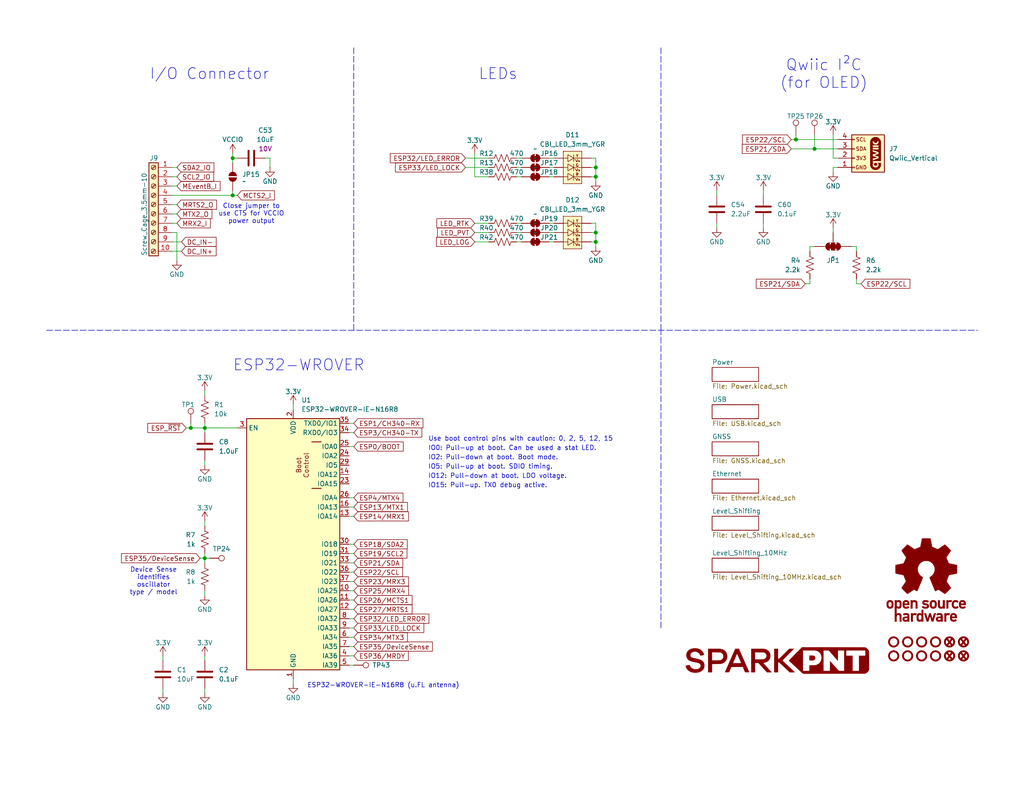
<source format=kicad_sch>
(kicad_sch (version 20231120) (generator "eeschema") (generator_version "8.0")
  (paper "USLetter")
  (title_block (title "GPSDO (mosaic-T, SiT5358)") (date "2024-11-08") (rev "v10") (comment 1 "Designed by: P.C."))
  (lib_symbols
    (symbol "SparkFun-Aesthetic:Fiducial_0.5mm"
      (symbol "Fiducial_0.5mm_1_1"
        (text "x" (at 0 0.254 0) (effects (font (size 2.5 2.5) (bold yes))))
      )
    )
    (symbol "SparkFun-Aesthetic:OSHW_Logo" (pin_names (offset 1.016)) (in_bom no))
    (symbol "SparkFun-Aesthetic:SparkPNT_Logo" (pin_names (offset 1.016)) (on_board no))
    (symbol "SparkFun-Capacitor:0.1uF_0603_25V_20%" (pin_numbers hide) (pin_names (offset 0.254))
      (property "Reference" "C" (at 0.635 2.54 0))
      (property "Value" "0.1uF" (at 0.635 -2.54 0))
      (property "Voltage" "25V" (at 0 -6.35 0))
      (property "Tolerance" "20%" (at 0 -8.89 0))
      (symbol "0.1uF_0603_25V_20%_1_1"
        (pin passive line (at 0 3.81 270) (length 2.794) (name "~") (number "1"))
        (pin passive line (at 0 -3.81 90) (length 2.794) (name "~") (number "2"))
      )
    )
    (symbol "SparkFun-Capacitor:1.0uF_0603_16V_10%" (pin_numbers hide) (pin_names (offset 0.254))
      (property "Reference" "C" (at 0.635 2.54 0))
      (property "Value" "1.0uF" (at 0.635 -2.54 0))
      (property "Voltage" "16V" (at 0 -6.35 0))
      (property "Tolerance" "10%" (at 0 -8.89 0))
      (symbol "1.0uF_0603_16V_10%_1_1"
        (pin passive line (at 0 3.81 270) (length 2.794) (name "~") (number "1"))
        (pin passive line (at 0 -3.81 90) (length 2.794) (name "~") (number "2"))
      )
    )
    (symbol "SparkFun-Capacitor:10uF_0603_10V_20%" (pin_numbers hide) (pin_names (offset 0.254))
      (property "Reference" "C" (at 0.635 2.54 0))
      (property "Value" "10uF" (at 0.635 -2.54 0))
      (property "Voltage" "10V" (at 0 -6.35 0))
      (property "Tolerance" "20%" (at 0 -8.89 0))
      (symbol "10uF_0603_10V_20%_1_1"
        (pin passive line (at 0 3.81 270) (length 2.794) (name "~") (number "1"))
        (pin passive line (at 0 -3.81 90) (length 2.794) (name "~") (number "2"))
      )
    )
    (symbol "SparkFun-Capacitor:10uF_0603_6.3V_20%" (pin_numbers hide) (pin_names (offset 0.254))
      (property "Reference" "C" (at 0.635 2.54 0))
      (property "Value" "10uF" (at 0.635 -2.54 0))
      (property "Voltage" "6.3V" (at 0 -6.35 0))
      (property "Tolerance" "20%" (at 0 -8.89 0))
      (symbol "10uF_0603_6.3V_20%_1_1"
        (pin passive line (at 0 3.81 270) (length 2.794) (name "~") (number "1"))
        (pin passive line (at 0 -3.81 90) (length 2.794) (name "~") (number "2"))
      )
    )
    (symbol "SparkFun-Capacitor:2.2uF_0603_10V_20%" (pin_numbers hide) (pin_names (offset 0.254))
      (property "Reference" "C" (at 0.635 2.54 0))
      (property "Value" "2.2uF" (at 0.635 -2.54 0))
      (property "Voltage" "10V" (at 0 -6.35 0))
      (property "Tolerance" "20%" (at 0 -8.89 0))
      (symbol "2.2uF_0603_10V_20%_1_1"
        (pin passive line (at 0 3.81 270) (length 2.794) (name "~") (number "1"))
        (pin passive line (at 0 -3.81 90) (length 2.794) (name "~") (number "2"))
      )
    )
    (symbol "SparkFun-Connector:Qwiic_Vertical" (pin_names (offset 1.016) hide)
      (property "Reference" "J" (at 0 5.08 0))
      (property "Value" "Qwiic_Vertical" (at 0 -7.62 0))
      (symbol "Qwiic_Vertical_1_1"
        (text "3V3" (at 1.27 -2.54 0) (effects (font (size 1 1))))
        (text "GND" (at 1.27 -5.08 0) (effects (font (size 1 1))))
        (text "SCL" (at 1.27 2.54 0) (effects (font (size 1 1))))
        (text "SDA" (at 1.27 0 0) (effects (font (size 1 1))))
        (pin passive line (at -5.08 -5.08 0) (length 3.81) (name "Pin_1") (number "1"))
        (pin passive line (at -5.08 -2.54 0) (length 3.81) (name "Pin_2") (number "2"))
        (pin passive line (at -5.08 0 0) (length 3.81) (name "Pin_3") (number "3"))
        (pin passive line (at -5.08 2.54 0) (length 3.81) (name "Pin_4") (number "4"))
        (pin no_connect line (at 2.54 3.81 270) (length 2.54) hide (name "NC") (number "NC1"))
        (pin no_connect line (at 2.54 3.81 270) (length 2.54) hide (name "NC") (number "NC2"))
      )
    )
    (symbol "SparkFun-Connector:Screw_Cage_3.5mm-10" (pin_names (offset 1.016) hide)
      (property "Reference" "J" (at 0 12.7 0))
      (property "Value" "Screw_Cage_3.5mm-10" (at -0.254 -15.494 0))
      (symbol "Screw_Cage_3.5mm-10_1_1"
        (pin passive line (at -5.08 10.16 0) (length 3.81) (name "Pin_1") (number "1"))
        (pin passive line (at -5.08 -12.7 0) (length 3.81) (name "Pin_1") (number "10"))
        (pin passive line (at -5.08 7.62 0) (length 3.81) (name "Pin_2") (number "2"))
        (pin passive line (at -5.08 5.08 0) (length 3.81) (name "Pin_3") (number "3"))
        (pin passive line (at -5.08 2.54 0) (length 3.81) (name "Pin_4") (number "4"))
        (pin passive line (at -5.08 0 0) (length 3.81) (name "Pin_3") (number "5"))
        (pin passive line (at -5.08 -2.54 0) (length 3.81) (name "Pin_4") (number "6"))
        (pin passive line (at -5.08 -5.08 0) (length 3.81) (name "Pin_2") (number "7"))
        (pin passive line (at -5.08 -7.62 0) (length 3.81) (name "Pin_1") (number "8"))
        (pin passive line (at -5.08 -10.16 0) (length 3.81) (name "Pin_1") (number "9"))
      )
    )
    (symbol "SparkFun-Connector:TestPoint_PTH" (pin_numbers hide) (pin_names (offset 0.762) hide)
      (property "Reference" "TP" (at 0 5.08 0))
      (symbol "TestPoint_PTH_1_1"
        (pin passive line (at 0 0 90) (length 2.54) (name "1") (number "1"))
      )
    )
    (symbol "SparkFun-Hardware:Standoff")
    (symbol "SparkFun-Jumper:SolderJumper_2_Bridged" (pin_numbers hide) (pin_names (offset 0) hide)
      (property "Reference" "JP" (at 0 2.032 0))
      (property "Value" "~" (at 0 -2.54 0))
      (symbol "SolderJumper_2_Bridged_1_1"
        (pin passive line (at -3.81 0 0) (length 2.54) (name "A") (number "1"))
        (pin passive line (at 3.81 0 180) (length 2.54) (name "B") (number "2"))
      )
    )
    (symbol "SparkFun-Jumper:SolderJumper_2_Open" (pin_numbers hide) (pin_names (offset 0) hide)
      (property "Reference" "JP" (at 0 2.032 0))
      (property "Value" "~" (at 0 -2.54 0))
      (symbol "SolderJumper_2_Open_1_1"
        (pin passive line (at -3.81 0 0) (length 2.54) (name "A") (number "1"))
        (pin passive line (at 3.81 0 180) (length 2.54) (name "B") (number "2"))
      )
    )
    (symbol "SparkFun-Jumper:SolderJumper_3_Bridged123" (pin_numbers hide) (pin_names (offset 0) hide)
      (property "Reference" "JP" (at 0 2.54 0))
      (property "Value" "~" (at 3.81 1.27 0))
      (symbol "SolderJumper_3_Bridged123_1_1"
        (pin passive line (at -5.08 0 0) (length 2.54) (name "A") (number "1"))
        (pin passive line (at 0 -3.81 90) (length 2.54) (name "C") (number "2"))
        (pin passive line (at 5.08 0 180) (length 2.54) (name "B") (number "3"))
      )
    )
    (symbol "SparkFun-LED:CBI_LED_Triple_3mm_PTH_YGR" (pin_numbers hide) (pin_names hide)
      (property "Reference" "D" (at 0 5.715 0))
      (property "Value" "CBI_LED_3mm_YGR" (at 0 -5.715 0))
      (symbol "CBI_LED_Triple_3mm_PTH_YGR_1_1"
        (text "G" (at 1.27 0.635 0) (effects (font (size 0.762 0.762))))
        (text "R" (at 1.27 -1.905 0) (effects (font (size 0.762 0.762))))
        (text "Y" (at 1.27 3.175 0) (effects (font (size 0.762 0.762))))
        (pin passive line (at -5.08 2.54 0) (length 2.54) (name "ANODE_1") (number "ANODE_1"))
        (pin passive line (at -5.08 0 0) (length 2.54) (name "ANODE_2") (number "ANODE_2"))
        (pin passive line (at -5.08 -2.54 0) (length 2.54) (name "ANODE_3") (number "ANODE_3"))
        (pin passive line (at 5.08 2.54 180) (length 2.54) (name "CATHODE_1") (number "CATHODE_1"))
        (pin passive line (at 5.08 0 180) (length 2.54) (name "CATHODE_2") (number "CATHODE_2"))
        (pin passive line (at 5.08 -2.54 180) (length 2.54) (name "CATHODE_3") (number "CATHODE_3"))
      )
    )
    (symbol "SparkFun-PowerSymbol:3.3V" (power) (pin_names (offset 0))
      (property "Value" "3.3V" (at 0 3.81 0))
      (symbol "3.3V_1_1"
        (pin power_in line (at 0 0 90) (length 0) hide (name "3.3V") (number "1"))
      )
    )
    (symbol "SparkFun-PowerSymbol:GND" (power) (pin_names (offset 0))
      (property "Value" "GND" (at 0 -3.81 0))
      (symbol "GND_1_1"
        (pin power_in line (at 0 0 270) (length 0) hide (name "GND") (number "1"))
      )
    )
    (symbol "SparkFun-PowerSymbol:VCC" (power) (pin_names (offset 0))
      (property "Value" "VCC" (at 0 3.81 0))
      (symbol "VCC_1_1"
        (pin power_in line (at 0 0 90) (length 0) hide (name "VCC") (number "1"))
      )
    )
    (symbol "SparkFun-RF:ESP32-WROVER-IE-N16R8"
      (property "Reference" "U" (at -12.7 33.02 0))
      (property "Value" "ESP32-WROVER-IE-N16R8" (at 1.27 33.02 0))
      (symbol "ESP32-WROVER-IE-N16R8_1_1"
        (text "Boot\nControl" (at 2.54 19.05 900) (effects (font (size 1.27 1.27))))
        (pin power_in line (at 0 -39.37 90) (length 2.54) (name "GND") (number "1"))
        (pin bidirectional line (at 15.24 -15.24 180) (length 2.54) (name "IOA25") (number "10"))
        (pin bidirectional line (at 15.24 -17.78 180) (length 2.54) (name "IOA26") (number "11"))
        (pin bidirectional line (at 15.24 -20.32 180) (length 2.54) (name "IOA27") (number "12"))
        (pin bidirectional line (at 15.24 5.08 180) (length 2.54) (name "IOA14") (number "13"))
        (pin bidirectional line (at 15.24 16.51 180) (length 2.54) (name "IOA12") (number "14"))
        (pin passive line (at 0 -39.37 90) (length 2.54) hide (name "GND") (number "15"))
        (pin bidirectional line (at 15.24 7.62 180) (length 2.54) (name "IOA13") (number "16"))
        (pin no_connect line (at -12.7 1.27 0) (length 2.54) hide (name "NC") (number "17"))
        (pin no_connect line (at -12.7 -1.27 0) (length 2.54) hide (name "NC") (number "18"))
        (pin no_connect line (at -12.7 -3.81 0) (length 2.54) hide (name "NC") (number "19"))
        (pin power_in line (at 0 34.29 270) (length 2.54) (name "VDD") (number "2"))
        (pin no_connect line (at -12.7 -6.35 0) (length 2.54) hide (name "NC") (number "20"))
        (pin no_connect line (at -12.7 -8.89 0) (length 2.54) hide (name "NC") (number "21"))
        (pin no_connect line (at -12.7 -11.43 0) (length 2.54) hide (name "NC") (number "22"))
        (pin bidirectional line (at 15.24 13.97 180) (length 2.54) (name "IOA15") (number "23"))
        (pin bidirectional line (at 15.24 21.59 180) (length 2.54) (name "IOA2") (number "24"))
        (pin bidirectional line (at 15.24 24.13 180) (length 2.54) (name "IOA0") (number "25"))
        (pin bidirectional line (at 15.24 10.16 180) (length 2.54) (name "IOA4") (number "26"))
        (pin no_connect line (at -12.7 -13.97 0) (length 2.54) hide (name "NC") (number "27"))
        (pin no_connect line (at -12.7 -16.51 0) (length 2.54) hide (name "NC") (number "28"))
        (pin bidirectional line (at 15.24 19.05 180) (length 2.54) (name "IO5") (number "29"))
        (pin input line (at -15.24 29.21 0) (length 2.54) (name "EN") (number "3"))
        (pin bidirectional line (at 15.24 -2.54 180) (length 2.54) (name "IO18") (number "30"))
        (pin bidirectional line (at 15.24 -5.08 180) (length 2.54) (name "IO19") (number "31"))
        (pin no_connect line (at -12.7 -19.05 0) (length 2.54) hide (name "NC") (number "32"))
        (pin bidirectional line (at 15.24 -7.62 180) (length 2.54) (name "IO21") (number "33"))
        (pin bidirectional line (at 15.24 27.94 180) (length 2.54) (name "RXD0/IO3") (number "34"))
        (pin bidirectional line (at 15.24 30.48 180) (length 2.54) (name "TXD0/IO1") (number "35"))
        (pin bidirectional line (at 15.24 -10.16 180) (length 2.54) (name "IO22") (number "36"))
        (pin bidirectional line (at 15.24 -12.7 180) (length 2.54) (name "IO23") (number "37"))
        (pin passive line (at 0 -39.37 90) (length 2.54) hide (name "GND") (number "38"))
        (pin passive line (at 0 -39.37 90) (length 2.54) hide (name "GND") (number "39.1"))
        (pin passive line (at 0 -39.37 90) (length 2.54) hide (name "GND") (number "39.2"))
        (pin passive line (at 0 -39.37 90) (length 2.54) hide (name "GND") (number "39.3"))
        (pin passive line (at 0 -39.37 90) (length 2.54) hide (name "GND") (number "39.4"))
        (pin passive line (at 0 -39.37 90) (length 2.54) hide (name "GND") (number "39.5"))
        (pin passive line (at 0 -39.37 90) (length 2.54) hide (name "GND") (number "39.6"))
        (pin passive line (at 0 -39.37 90) (length 2.54) hide (name "GND") (number "39.7"))
        (pin passive line (at 0 -39.37 90) (length 2.54) hide (name "GND") (number "39.8"))
        (pin passive line (at 0 -39.37 90) (length 2.54) hide (name "GND") (number "39.9"))
        (pin input line (at 15.24 -33.02 180) (length 2.54) (name "IA36") (number "4"))
        (pin input line (at 15.24 -35.56 180) (length 2.54) (name "IA39") (number "5"))
        (pin input line (at 15.24 -27.94 180) (length 2.54) (name "IA34") (number "6"))
        (pin input line (at 15.24 -30.48 180) (length 2.54) (name "IA35") (number "7"))
        (pin bidirectional line (at 15.24 -22.86 180) (length 2.54) (name "IOA32") (number "8"))
        (pin bidirectional line (at 15.24 -25.4 180) (length 2.54) (name "IOA33") (number "9"))
      )
    )
    (symbol "SparkFun-Resistor:10k_0603" (pin_numbers hide) (pin_names (offset 0))
      (property "Reference" "R" (at 0 -2.54 0))
      (property "Value" "10k" (at 0 2.54 0))
      (symbol "10k_0603_1_1"
        (pin passive line (at 3.81 0 180) (length 1.27) (name "~") (number "1"))
        (pin passive line (at -3.81 0 0) (length 1.27) (name "~") (number "2"))
      )
    )
    (symbol "SparkFun-Resistor:1k_0603" (pin_numbers hide) (pin_names (offset 0))
      (property "Reference" "R" (at 0 -2.54 0))
      (property "Value" "1k" (at 0 2.54 0))
      (symbol "1k_0603_1_1"
        (pin passive line (at 3.81 0 180) (length 1.27) (name "~") (number "1"))
        (pin passive line (at -3.81 0 0) (length 1.27) (name "~") (number "2"))
      )
    )
    (symbol "SparkFun-Resistor:2.2k_0603" (pin_numbers hide) (pin_names (offset 0))
      (property "Reference" "R" (at 0 -2.54 0))
      (property "Value" "2.2k" (at 0 2.54 0))
      (symbol "2.2k_0603_1_1"
        (pin passive line (at 3.81 0 180) (length 1.27) (name "~") (number "1"))
        (pin passive line (at -3.81 0 0) (length 1.27) (name "~") (number "2"))
      )
    )
    (symbol "SparkFun-Resistor:470_0603" (pin_numbers hide) (pin_names (offset 0))
      (property "Reference" "R" (at 0 -2.54 0))
      (property "Value" "470" (at 0 2.54 0))
      (symbol "470_0603_1_1"
        (pin passive line (at 3.81 0 180) (length 1.27) (name "~") (number "1"))
        (pin passive line (at -3.81 0 0) (length 1.27) (name "~") (number "2"))
      )
    )
    (symbol "power:GND" (power) (pin_numbers hide) (pin_names (offset 0) hide)
      (property "Value" "GND" (at 0 -3.81 0))
      (symbol "GND_1_1"
        (pin power_in line (at 0 0 270) (length 0) (name "~") (number "1"))
      )
    )
  )
  (junction (at 52.07 116.84))
  (junction (at 162.56 45.72))
  (junction (at 162.56 48.26))
  (junction (at 222.25 40.64))
  (junction (at 162.56 66.04))
  (junction (at 63.5 53.34))
  (junction (at 162.56 63.5))
  (junction (at 63.5 43.18))
  (junction (at 217.17 38.1))
  (junction (at 55.88 152.4))
  (junction (at 55.88 116.84))
  (wire (pts (xy 217.17 36.83) (xy 217.17 38.1)))
  (wire (pts (xy 95.25 118.11) (xy 96.52 118.11)))
  (wire (pts (xy 46.99 45.72) (xy 48.26 45.72)))
  (wire (pts (xy 162.56 66.04) (xy 162.56 67.31)))
  (wire (pts (xy 233.68 76.2) (xy 233.68 77.47)))
  (wire (pts (xy 228.6 45.72) (xy 227.33 45.72)))
  (wire (pts (xy 129.54 63.5) (xy 133.35 63.5)))
  (wire (pts (xy 55.88 162.56) (xy 55.88 161.29)))
  (wire (pts (xy 95.25 179.07) (xy 96.52 179.07)))
  (wire (pts (xy 195.58 53.34) (xy 195.58 52.07)))
  (wire (pts (xy 161.29 43.18) (xy 162.56 43.18)))
  (wire (pts (xy 140.97 60.96) (xy 142.24 60.96)))
  (wire (pts (xy 227.33 62.23) (xy 227.33 63.5)))
  (wire (pts (xy 95.25 148.59) (xy 96.52 148.59)))
  (wire (pts (xy 95.25 168.91) (xy 96.52 168.91)))
  (wire (pts (xy 48.26 63.5) (xy 46.99 63.5)))
  (wire (pts (xy 95.25 138.43) (xy 96.52 138.43)))
  (wire (pts (xy 227.33 45.72) (xy 227.33 46.99)))
  (wire (pts (xy 140.97 43.18) (xy 142.24 43.18)))
  (polyline (pts (xy 180.34 90.17) (xy 180.34 12.7)) (stroke (width 0) (type dash)))
  (wire (pts (xy 149.86 63.5) (xy 151.13 63.5)))
  (wire (pts (xy 46.99 68.58) (xy 49.53 68.58)))
  (wire (pts (xy 220.98 76.2) (xy 220.98 77.47)))
  (polyline (pts (xy 180.34 171.45) (xy 180.34 90.17)) (stroke (width 0) (type dash)))
  (wire (pts (xy 48.26 55.88) (xy 46.99 55.88)))
  (wire (pts (xy 227.33 36.83) (xy 227.33 43.18)))
  (wire (pts (xy 46.99 50.8) (xy 48.26 50.8)))
  (wire (pts (xy 46.99 60.96) (xy 48.26 60.96)))
  (wire (pts (xy 129.54 41.91) (xy 129.54 48.26)))
  (wire (pts (xy 162.56 43.18) (xy 162.56 45.72)))
  (wire (pts (xy 149.86 66.04) (xy 151.13 66.04)))
  (wire (pts (xy 95.25 176.53) (xy 96.52 176.53)))
  (wire (pts (xy 95.25 158.75) (xy 96.52 158.75)))
  (wire (pts (xy 73.66 43.18) (xy 73.66 45.72)))
  (polyline (pts (xy 96.52 90.17) (xy 96.52 12.7)) (stroke (width 0) (type dash)))
  (wire (pts (xy 129.54 66.04) (xy 133.35 66.04)))
  (wire (pts (xy 195.58 60.96) (xy 195.58 62.23)))
  (wire (pts (xy 52.07 115.57) (xy 52.07 116.84)))
  (wire (pts (xy 220.98 67.31) (xy 222.25 67.31)))
  (wire (pts (xy 140.97 63.5) (xy 142.24 63.5)))
  (wire (pts (xy 55.88 189.23) (xy 55.88 187.96)))
  (wire (pts (xy 232.41 67.31) (xy 233.68 67.31)))
  (wire (pts (xy 140.97 66.04) (xy 142.24 66.04)))
  (wire (pts (xy 55.88 106.68) (xy 55.88 107.95)))
  (wire (pts (xy 44.45 189.23) (xy 44.45 187.96)))
  (wire (pts (xy 95.25 173.99) (xy 96.52 173.99)))
  (wire (pts (xy 55.88 116.84) (xy 55.88 118.11)))
  (wire (pts (xy 217.17 38.1) (xy 228.6 38.1)))
  (wire (pts (xy 80.01 110.49) (xy 80.01 111.76)))
  (wire (pts (xy 129.54 60.96) (xy 133.35 60.96)))
  (wire (pts (xy 95.25 161.29) (xy 96.52 161.29)))
  (wire (pts (xy 63.5 53.34) (xy 64.77 53.34)))
  (wire (pts (xy 52.07 116.84) (xy 55.88 116.84)))
  (wire (pts (xy 162.56 60.96) (xy 162.56 63.5)))
  (wire (pts (xy 233.68 77.47) (xy 234.95 77.47)))
  (wire (pts (xy 233.68 68.58) (xy 233.68 67.31)))
  (wire (pts (xy 63.5 43.18) (xy 64.77 43.18)))
  (wire (pts (xy 127 45.72) (xy 133.35 45.72)))
  (wire (pts (xy 149.86 48.26) (xy 151.13 48.26)))
  (wire (pts (xy 161.29 63.5) (xy 162.56 63.5)))
  (wire (pts (xy 80.01 186.69) (xy 80.01 185.42)))
  (wire (pts (xy 95.25 151.13) (xy 96.52 151.13)))
  (wire (pts (xy 161.29 45.72) (xy 162.56 45.72)))
  (wire (pts (xy 48.26 63.5) (xy 48.26 71.12)))
  (wire (pts (xy 95.25 115.57) (xy 96.52 115.57)))
  (wire (pts (xy 208.28 52.07) (xy 208.28 53.34)))
  (wire (pts (xy 215.9 40.64) (xy 222.25 40.64)))
  (wire (pts (xy 222.25 40.64) (xy 228.6 40.64)))
  (wire (pts (xy 95.25 153.67) (xy 96.52 153.67)))
  (polyline (pts (xy 12.7 90.17) (xy 266.7 90.17)) (stroke (width 0) (type dash)))
  (wire (pts (xy 149.86 60.96) (xy 151.13 60.96)))
  (wire (pts (xy 161.29 48.26) (xy 162.56 48.26)))
  (wire (pts (xy 161.29 66.04) (xy 162.56 66.04)))
  (wire (pts (xy 208.28 60.96) (xy 208.28 62.23)))
  (wire (pts (xy 73.66 43.18) (xy 72.39 43.18)))
  (wire (pts (xy 127 43.18) (xy 133.35 43.18)))
  (wire (pts (xy 95.25 140.97) (xy 96.52 140.97)))
  (wire (pts (xy 46.99 58.42) (xy 48.26 58.42)))
  (wire (pts (xy 44.45 180.34) (xy 44.45 179.07)))
  (wire (pts (xy 95.25 166.37) (xy 96.52 166.37)))
  (wire (pts (xy 55.88 152.4) (xy 57.15 152.4)))
  (wire (pts (xy 149.86 45.72) (xy 151.13 45.72)))
  (wire (pts (xy 55.88 151.13) (xy 55.88 152.4)))
  (wire (pts (xy 63.5 52.07) (xy 63.5 53.34)))
  (wire (pts (xy 220.98 68.58) (xy 220.98 67.31)))
  (wire (pts (xy 222.25 36.83) (xy 222.25 40.64)))
  (wire (pts (xy 215.9 38.1) (xy 217.17 38.1)))
  (wire (pts (xy 63.5 43.18) (xy 63.5 44.45)))
  (wire (pts (xy 162.56 45.72) (xy 162.56 48.26)))
  (wire (pts (xy 96.52 135.89) (xy 95.25 135.89)))
  (wire (pts (xy 140.97 48.26) (xy 142.24 48.26)))
  (wire (pts (xy 54.61 152.4) (xy 55.88 152.4)))
  (wire (pts (xy 95.25 163.83) (xy 96.52 163.83)))
  (wire (pts (xy 55.88 180.34) (xy 55.88 179.07)))
  (wire (pts (xy 95.25 171.45) (xy 96.52 171.45)))
  (wire (pts (xy 55.88 142.24) (xy 55.88 143.51)))
  (wire (pts (xy 129.54 48.26) (xy 133.35 48.26)))
  (wire (pts (xy 46.99 48.26) (xy 48.26 48.26)))
  (wire (pts (xy 50.8 116.84) (xy 52.07 116.84)))
  (wire (pts (xy 63.5 41.91) (xy 63.5 43.18)))
  (wire (pts (xy 55.88 127) (xy 55.88 125.73)))
  (wire (pts (xy 228.6 43.18) (xy 227.33 43.18)))
  (wire (pts (xy 55.88 152.4) (xy 55.88 153.67)))
  (wire (pts (xy 162.56 63.5) (xy 162.56 66.04)))
  (wire (pts (xy 46.99 53.34) (xy 63.5 53.34)))
  (wire (pts (xy 95.25 121.92) (xy 96.52 121.92)))
  (wire (pts (xy 140.97 45.72) (xy 142.24 45.72)))
  (wire (pts (xy 162.56 48.26) (xy 162.56 49.53)))
  (wire (pts (xy 55.88 116.84) (xy 64.77 116.84)))
  (wire (pts (xy 95.25 181.61) (xy 96.52 181.61)))
  (wire (pts (xy 149.86 43.18) (xy 151.13 43.18)))
  (wire (pts (xy 95.25 156.21) (xy 96.52 156.21)))
  (wire (pts (xy 161.29 60.96) (xy 162.56 60.96)))
  (wire (pts (xy 55.88 116.84) (xy 55.88 115.57)))
  (wire (pts (xy 219.71 77.47) (xy 220.98 77.47)))
  (wire (pts (xy 46.99 66.04) (xy 49.53 66.04)))
  (text "IO15: Pull-up. TX0 debug active." (at 116.84 133.35 0) (effects (font (size 1.27 1.27)) (justify left bottom)))
  (text "IO2: Pull-down at boot. Boot mode." (at 116.84 125.73 0) (effects (font (size 1.27 1.27)) (justify left bottom)))
  (text "ESP32-WROVER\n" (at 63.5 101.6 0) (effects (font (size 3 3)) (justify left bottom)))
  (text "IO0: Pull-up at boot. Can be used a stat LED." (at 116.84 123.19 0) (effects (font (size 1.27 1.27)) (justify left bottom)))
  (text "LEDs" (at 135.89 20.32 0) (effects (font (size 3 3))))
  (text "Qwiic I²C\n(for OLED)" (at 224.79 20.32 0) (effects (font (size 3 3))))
  (text "Device Sense\nidentifies\noscillator\ntype / model" (at 41.91 158.75 0) (effects (font (size 1.27 1.27))))
  (text "Close jumper to\nuse CTS for VCCIO\npower output" (at 68.58 58.42 0) (effects (font (size 1.27 1.27))))
  (text "IO5: Pull-up at boot. SDIO timing." (at 116.84 128.27 0) (effects (font (size 1.27 1.27)) (justify left bottom)))
  (text "I/O Connector" (at 57.15 20.32 0) (effects (font (size 3 3))))
  (text "Use boot control pins with caution: 0, 2, 5, 12, 15" (at 116.84 120.65 0) (effects (font (size 1.27 1.27)) (justify left bottom)))
  (text "ESP32-WROVER-IE-N16R8 (u.FL antenna)" (at 83.82 187.96 0) (effects (font (size 1.27 1.27)) (justify left bottom)))
  (text "IO12: Pull-down at boot. LDO voltage." (at 116.84 130.81 0) (effects (font (size 1.27 1.27)) (justify left bottom)))
  (global_label "ESP21{slash}SDA" (shape input) (at 219.71 77.47 180) (property "Intersheetrefs" "${INTERSHEET_REFS}" (effects (hide yes))))
  (global_label "ESP34{slash}MTX3" (shape input) (at 96.52 173.99 0) (property "Intersheetrefs" "${INTERSHEET_REFS}" (effects (hide yes))))
  (global_label "DC_IN-" (shape input) (at 49.53 66.04 0) (property "Intersheetrefs" "${INTERSHEET_REFS}" (effects (hide yes))))
  (global_label "LED_RTK" (shape input) (at 129.54 60.96 180) (property "Intersheetrefs" "${INTERSHEET_REFS}" (effects (hide yes))))
  (global_label "ESP35{slash}DeviceSense" (shape input) (at 96.52 176.53 0) (property "Intersheetrefs" "${INTERSHEET_REFS}" (effects (hide yes))))
  (global_label "ESP25{slash}MRX4" (shape input) (at 96.52 161.29 0) (property "Intersheetrefs" "${INTERSHEET_REFS}" (effects (hide yes))))
  (global_label "ESP33{slash}LED_LOCK" (shape input) (at 96.52 171.45 0) (property "Intersheetrefs" "${INTERSHEET_REFS}" (effects (hide yes))))
  (global_label "LED_PVT" (shape input) (at 129.54 63.5 180) (property "Intersheetrefs" "${INTERSHEET_REFS}" (effects (hide yes))))
  (global_label "ESP22{slash}SCL" (shape input) (at 96.52 156.21 0) (property "Intersheetrefs" "${INTERSHEET_REFS}" (effects (hide yes))))
  (global_label "MTX2_O" (shape input) (at 48.26 58.42 0) (property "Intersheetrefs" "${INTERSHEET_REFS}" (effects (hide yes))))
  (global_label "DC_IN+" (shape input) (at 49.53 68.58 0) (property "Intersheetrefs" "${INTERSHEET_REFS}" (effects (hide yes))))
  (global_label "SCL2_IO" (shape input) (at 48.26 48.26 0) (property "Intersheetrefs" "${INTERSHEET_REFS}" (effects (hide yes))))
  (global_label "ESP36{slash}MRDY" (shape input) (at 96.52 179.07 0) (property "Intersheetrefs" "${INTERSHEET_REFS}" (effects (hide yes))))
  (global_label "LED_LOG" (shape input) (at 129.54 66.04 180) (property "Intersheetrefs" "${INTERSHEET_REFS}" (effects (hide yes))))
  (global_label "ESP19{slash}SCL2" (shape input) (at 96.52 151.13 0) (property "Intersheetrefs" "${INTERSHEET_REFS}" (effects (hide yes))))
  (global_label "ESP_~{RST}" (shape input) (at 50.8 116.84 180) (property "Intersheetrefs" "${INTERSHEET_REFS}" (effects (hide yes))))
  (global_label "MRX2_I" (shape input) (at 48.26 60.96 0) (property "Intersheetrefs" "${INTERSHEET_REFS}" (effects (hide yes))))
  (global_label "ESP18{slash}SDA2" (shape input) (at 96.52 148.59 0) (property "Intersheetrefs" "${INTERSHEET_REFS}" (effects (hide yes))))
  (global_label "ESP23{slash}MRX3" (shape input) (at 96.52 158.75 0) (property "Intersheetrefs" "${INTERSHEET_REFS}" (effects (hide yes))))
  (global_label "ESP22{slash}SCL" (shape input) (at 215.9 38.1 180) (property "Intersheetrefs" "${INTERSHEET_REFS}" (effects (hide yes))))
  (global_label "SDA2_IO" (shape input) (at 48.26 45.72 0) (property "Intersheetrefs" "${INTERSHEET_REFS}" (effects (hide yes))))
  (global_label "ESP32{slash}LED_ERROR" (shape input) (at 127 43.18 180) (property "Intersheetrefs" "${INTERSHEET_REFS}" (effects (hide yes))))
  (global_label "ESP26{slash}MCTS1" (shape input) (at 96.52 163.83 0) (property "Intersheetrefs" "${INTERSHEET_REFS}" (effects (hide yes))))
  (global_label "ESP21{slash}SDA" (shape input) (at 215.9 40.64 180) (property "Intersheetrefs" "${INTERSHEET_REFS}" (effects (hide yes))))
  (global_label "MRTS2_O" (shape input) (at 48.26 55.88 0) (property "Intersheetrefs" "${INTERSHEET_REFS}" (effects (hide yes))))
  (global_label "ESP4{slash}MTX4" (shape input) (at 96.52 135.89 0) (property "Intersheetrefs" "${INTERSHEET_REFS}" (effects (hide yes))))
  (global_label "ESP35{slash}DeviceSense" (shape input) (at 54.61 152.4 180) (property "Intersheetrefs" "${INTERSHEET_REFS}" (effects (hide yes))))
  (global_label "ESP3{slash}CH340-TX" (shape input) (at 96.52 118.11 0) (property "Intersheetrefs" "${INTERSHEET_REFS}" (effects (hide yes))))
  (global_label "MCTS2_I" (shape input) (at 64.77 53.34 0) (property "Intersheetrefs" "${INTERSHEET_REFS}" (effects (hide yes))))
  (global_label "ESP32{slash}LED_ERROR" (shape input) (at 96.52 168.91 0) (property "Intersheetrefs" "${INTERSHEET_REFS}" (effects (hide yes))))
  (global_label "ESP22{slash}SCL" (shape input) (at 234.95 77.47 0) (property "Intersheetrefs" "${INTERSHEET_REFS}" (effects (hide yes))))
  (global_label "ESP0{slash}BOOT" (shape input) (at 96.52 121.92 0) (property "Intersheetrefs" "${INTERSHEET_REFS}" (effects (hide yes))))
  (global_label "ESP14{slash}MRX1" (shape input) (at 96.52 140.97 0) (property "Intersheetrefs" "${INTERSHEET_REFS}" (effects (hide yes))))
  (global_label "ESP13{slash}MTX1" (shape input) (at 96.52 138.43 0) (property "Intersheetrefs" "${INTERSHEET_REFS}" (effects (hide yes))))
  (global_label "ESP21{slash}SDA" (shape input) (at 96.52 153.67 0) (property "Intersheetrefs" "${INTERSHEET_REFS}" (effects (hide yes))))
  (global_label "ESP33{slash}LED_LOCK" (shape input) (at 127 45.72 180) (property "Intersheetrefs" "${INTERSHEET_REFS}" (effects (hide yes))))
  (global_label "MEventB_I" (shape input) (at 48.26 50.8 0) (property "Intersheetrefs" "${INTERSHEET_REFS}" (effects (hide yes))))
  (global_label "ESP27{slash}MRTS1" (shape input) (at 96.52 166.37 0) (property "Intersheetrefs" "${INTERSHEET_REFS}" (effects (hide yes))))
  (global_label "ESP1{slash}CH340-RX" (shape input) (at 96.52 115.57 0) (property "Intersheetrefs" "${INTERSHEET_REFS}" (effects (hide yes))))
  (symbol (lib_id "SparkFun-PowerSymbol:GND") (at 227.33 46.99 0) (unit 1)
    (property "Reference" "#PWR081" (effects (hide yes)))
    (property "Value" "GND" (at 227.33 50.8 0))
    (property "Description" "Power symbol creates a global label with name \"GND\" , ground" (effects (hide yes)))
  )
  (symbol (lib_id "SparkFun-Resistor:470_0603") (at 137.16 48.26 0) (unit 1)
    (property "Reference" "R38" (at 132.715 46.99 0))
    (property "Value" "470" (at 140.97 46.99 0))
    (property "Footprint" "SparkFun-Resistor:R_0603_1608Metric" (effects (hide yes)))
    (property "Datasheet" "https://www.vishay.com/docs/20035/dcrcwe3.pdf" (effects (hide yes)))
    (property "Description" "Resistor" (effects (hide yes)))
    (property "PROD_ID" "RES-07869" (effects (hide yes)))
  )
  (symbol (lib_id "SparkFun-PowerSymbol:GND") (at 55.88 127 0) (unit 1)
    (property "Reference" "#PWR05" (effects (hide yes)))
    (property "Value" "GND" (at 55.88 130.81 0))
    (property "Description" "Power symbol creates a global label with name \"GND\" , ground" (effects (hide yes)))
  )
  (symbol (lib_id "SparkFun-Hardware:Standoff") (at 243.84 175.26 0) (unit 1)
    (property "Reference" "ST7" (effects (hide yes)))
    (property "Value" "Standoff" (effects (hide yes)))
    (property "Footprint" "SparkFun-Hardware:Standoff" (effects (hide yes)))
    (property "Description" "Drill holes for mechanically mounting via screws, standoffs, etc." (effects (hide yes)))
  )
  (symbol (lib_id "SparkFun-Hardware:Standoff") (at 251.46 179.07 0) (unit 1)
    (property "Reference" "ST3" (effects (hide yes)))
    (property "Value" "Standoff" (effects (hide yes)))
    (property "Footprint" "SparkFun-Hardware:Standoff" (effects (hide yes)))
    (property "Description" "Drill holes for mechanically mounting via screws, standoffs, etc." (effects (hide yes)))
  )
  (symbol (lib_id "SparkFun-Hardware:Standoff") (at 247.65 175.26 0) (unit 1)
    (property "Reference" "ST5" (effects (hide yes)))
    (property "Value" "Standoff" (effects (hide yes)))
    (property "Footprint" "SparkFun-Hardware:Standoff" (effects (hide yes)))
    (property "Description" "Drill holes for mechanically mounting via screws, standoffs, etc." (effects (hide yes)))
  )
  (symbol (lib_id "power:GND") (at 208.28 62.23 0) (unit 1)
    (property "Reference" "#PWR0219" (effects (hide yes)))
    (property "Value" "GND" (at 208.28 66.04 0))
    (property "Description" "Power symbol creates a global label with name \"GND\" , ground" (effects (hide yes)))
  )
  (symbol (lib_id "SparkFun-PowerSymbol:3.3V") (at 55.88 179.07 0) (unit 1)
    (property "Reference" "#PWR096" (effects (hide yes)))
    (property "Value" "3.3V" (at 55.88 175.514 0))
    (property "Description" "Power symbol creates a global label with name \"3.3V\"" (effects (hide yes)))
  )
  (symbol (lib_id "SparkFun-PowerSymbol:VCC") (at 63.5 41.91 0) (unit 1)
    (property "Reference" "#PWR0199" (effects (hide yes)))
    (property "Value" "VCCIO" (at 63.5 38.1 0))
    (property "Description" "Power symbol creates a global label with name \"VCC\"" (effects (hide yes)))
  )
  (symbol (lib_id "SparkFun-PowerSymbol:3.3V") (at 129.54 41.91 0) (unit 1)
    (property "Reference" "#PWR0130" (effects (hide yes)))
    (property "Value" "3.3V" (at 129.54 38.354 0))
    (property "Description" "Power symbol creates a global label with name \"3.3V\"" (effects (hide yes)))
  )
  (symbol (lib_id "SparkFun-Connector:TestPoint_PTH") (at 96.52 181.61 270) (unit 1)
    (property "Reference" "TP43" (at 101.6 181.6099 90) (effects (justify left)))
    (property "Value" "PTH" (effects (hide yes)))
    (property "Footprint" "SparkFun-Connector:1x01" (effects (hide yes)))
    (property "Description" "Test Point" (effects (hide yes)))
  )
  (symbol (lib_id "SparkFun-Capacitor:10uF_0603_6.3V_20%") (at 44.45 184.15 0) (unit 1)
    (property "Reference" "C1" (at 48.26 182.8799 0) (effects (justify left)))
    (property "Value" "10uF" (at 48.26 185.4199 0) (effects (justify left)))
    (property "Footprint" "SparkFun-Capacitor:C_0603_1608Metric" (effects (hide yes)))
    (property "Datasheet" "https://cdn.sparkfun.com/assets/8/a/4/a/5/Kemet_Capacitor_Datasheet.pdf" (effects (hide yes)))
    (property "Description" "Unpolarized capacitor" (effects (hide yes)))
    (property "PROD_ID" "CAP-11015" (effects (hide yes)))
    (property "Voltage" "6.3V" (effects (hide yes)))
    (property "Tolerance" "20%" (effects (hide yes)))
  )
  (symbol (lib_id "SparkFun-Resistor:2.2k_0603") (at 220.98 72.39 270) (unit 1)
    (property "Reference" "R4" (at 218.44 71.1199 90) (effects (justify right)))
    (property "Value" "2.2k" (at 218.44 73.6599 90) (effects (justify right)))
    (property "Footprint" "SparkFun-Resistor:R_0603_1608Metric" (effects (hide yes)))
    (property "Datasheet" "https://www.vishay.com/docs/20035/dcrcwe3.pdf" (effects (hide yes)))
    (property "Description" "Resistor" (effects (hide yes)))
    (property "PROD_ID" "RES-08272" (effects (hide yes)))
  )
  (symbol (lib_id "SparkFun-Capacitor:1.0uF_0603_16V_10%") (at 55.88 121.92 0) (unit 1)
    (property "Reference" "C8" (at 59.69 120.6499 0) (effects (justify left)))
    (property "Value" "1.0uF" (at 59.69 123.1899 0) (effects (justify left)))
    (property "Footprint" "SparkFun-Capacitor:C_0603_1608Metric" (effects (hide yes)))
    (property "Datasheet" "https://cdn.sparkfun.com/assets/8/a/4/a/5/Kemet_Capacitor_Datasheet.pdf" (effects (hide yes)))
    (property "Description" "Unpolarized capacitor" (effects (hide yes)))
    (property "PROD_ID" "CAP-13930" (effects (hide yes)))
    (property "Voltage" "16V" (effects (hide yes)))
    (property "Tolerance" "10%" (effects (hide yes)))
  )
  (symbol (lib_id "SparkFun-Hardware:Standoff") (at 247.65 179.07 0) (unit 1)
    (property "Reference" "ST6" (effects (hide yes)))
    (property "Value" "Standoff" (effects (hide yes)))
    (property "Footprint" "SparkFun-Hardware:Standoff" (effects (hide yes)))
    (property "Description" "Drill holes for mechanically mounting via screws, standoffs, etc." (effects (hide yes)))
  )
  (symbol (lib_id "SparkFun-Aesthetic:SparkPNT_Logo") (at 212.09 180.34 0) (unit 1) (on_board no)
    (property "Reference" "G2" (effects (hide yes)))
    (property "Value" "LOGO" (effects (hide yes)))
  )
  (symbol (lib_id "SparkFun-Hardware:Standoff") (at 255.27 175.26 0) (unit 1)
    (property "Reference" "ST1" (effects (hide yes)))
    (property "Value" "Standoff" (effects (hide yes)))
    (property "Footprint" "SparkFun-Hardware:Standoff" (effects (hide yes)))
    (property "Description" "Drill holes for mechanically mounting via screws, standoffs, etc." (effects (hide yes)))
  )
  (symbol (lib_id "SparkFun-Aesthetic:Fiducial_0.5mm") (at 262.89 175.26 0) (unit 1)
    (property "Reference" "FID1" (effects (hide yes)))
    (property "Value" "Fiducial_0.5mm" (effects (hide yes)))
    (property "Footprint" "SparkFun-Aesthetic:Fiducial_0.5mm_Mask1mm" (effects (hide yes)))
    (property "Description" "Fiducial Marker" (effects (hide yes)))
  )
  (symbol (lib_id "SparkFun-Aesthetic:Fiducial_0.5mm") (at 262.89 179.07 0) (unit 1)
    (property "Reference" "FID4" (effects (hide yes)))
    (property "Value" "Fiducial_0.5mm" (effects (hide yes)))
    (property "Footprint" "SparkFun-Aesthetic:Fiducial_0.5mm_Mask1mm" (effects (hide yes)))
    (property "Description" "Fiducial Marker" (effects (hide yes)))
  )
  (symbol (lib_id "SparkFun-Jumper:SolderJumper_2_Bridged") (at 146.05 63.5 0) (unit 1)
    (property "Reference" "JP20" (at 149.86 62.23 0))
    (property "Value" "~" (at 146.05 60.96 0))
    (property "Footprint" "SparkFun-Jumper:Jumper_2_NC_Trace" (effects (hide yes)))
    (property "Description" "Solder Jumper, 2-pole, closed/bridged" (effects (hide yes)))
  )
  (symbol (lib_id "power:GND") (at 44.45 189.23 0) (unit 1)
    (property "Reference" "#PWR098" (effects (hide yes)))
    (property "Value" "GND" (at 44.45 193.04 0))
    (property "Description" "Power symbol creates a global label with name \"GND\" , ground" (effects (hide yes)))
  )
  (symbol (lib_id "SparkFun-Jumper:SolderJumper_3_Bridged123") (at 227.33 67.31 180) (unit 1)
    (property "Reference" "JP1" (at 227.33 71.12 0))
    (property "Value" "~" (at 227.33 70.104 0))
    (property "Footprint" "SparkFun-Jumper:Jumper_3_NC-2_Trace" (effects (hide yes)))
    (property "Description" "Solder Jumper, 3-pole, pins 1+2+3 closed/bridged" (effects (hide yes)))
  )
  (symbol (lib_id "SparkFun-Capacitor:2.2uF_0603_10V_20%") (at 195.58 57.15 0) (unit 1)
    (property "Reference" "C54" (at 199.39 55.8799 0) (effects (justify left)))
    (property "Value" "2.2uF" (at 199.39 58.4199 0) (effects (justify left)))
    (property "Footprint" "SparkFun-Capacitor:C_0603_1608Metric" (effects (hide yes)))
    (property "Datasheet" "https://cdn.sparkfun.com/assets/8/a/4/a/5/Kemet_Capacitor_Datasheet.pdf" (effects (hide yes)))
    (property "Description" "Unpolarized capacitor" (effects (hide yes)))
    (property "PROD_ID" "CAP-07888" (effects (hide yes)))
    (property "Voltage" "10V" (effects (hide yes)))
    (property "Tolerance" "20%" (effects (hide yes)))
  )
  (symbol (lib_id "power:GND") (at 73.66 45.72 0) (unit 1)
    (property "Reference" "#PWR0201" (effects (hide yes)))
    (property "Value" "GND" (at 73.66 49.53 0))
    (property "Description" "Power symbol creates a global label with name \"GND\" , ground" (effects (hide yes)))
  )
  (symbol (lib_id "SparkFun-RF:ESP32-WROVER-IE-N16R8") (at 80.01 146.05 0) (unit 1)
    (property "Reference" "U1" (at 82.2041 109.22 0) (effects (justify left)))
    (property "Value" "ESP32-WROVER-IE-N16R8" (at 82.2041 111.76 0) (effects (justify left)))
    (property "Footprint" "SparkFun-RF:ESP32-WROVER-E-IE" (effects (hide yes)))
    (property "Datasheet" "https://www.espressif.com/sites/default/files/documentation/esp32-wrover-e_esp32-wrover-ie_datasheet_en.pdf" (effects (hide yes)))
    (property "PROD_ID" "IC-19265" (effects (hide yes)))
  )
  (symbol (lib_id "power:GND") (at 55.88 189.23 0) (unit 1)
    (property "Reference" "#PWR097" (effects (hide yes)))
    (property "Value" "GND" (at 55.88 193.04 0))
    (property "Description" "Power symbol creates a global label with name \"GND\" , ground" (effects (hide yes)))
  )
  (symbol (lib_id "SparkFun-PowerSymbol:3.3V") (at 80.01 110.49 0) (unit 1)
    (property "Reference" "#PWR0105" (effects (hide yes)))
    (property "Value" "3.3V" (at 80.01 106.934 0))
    (property "Description" "Power symbol creates a global label with name \"3.3V\"" (effects (hide yes)))
  )
  (symbol (lib_id "SparkFun-Jumper:SolderJumper_2_Bridged") (at 146.05 60.96 0) (unit 1)
    (property "Reference" "JP19" (at 149.86 59.69 0))
    (property "Value" "~" (at 146.05 58.42 0))
    (property "Footprint" "SparkFun-Jumper:Jumper_2_NC_Trace" (effects (hide yes)))
    (property "Description" "Solder Jumper, 2-pole, closed/bridged" (effects (hide yes)))
  )
  (symbol (lib_id "SparkFun-Hardware:Standoff") (at 255.27 179.07 0) (unit 1)
    (property "Reference" "ST4" (effects (hide yes)))
    (property "Value" "Standoff" (effects (hide yes)))
    (property "Footprint" "SparkFun-Hardware:Standoff" (effects (hide yes)))
    (property "Description" "Drill holes for mechanically mounting via screws, standoffs, etc." (effects (hide yes)))
  )
  (symbol (lib_id "SparkFun-Resistor:1k_0603") (at 55.88 157.48 90) (unit 1)
    (property "Reference" "R8" (at 53.34 156.2099 90) (effects (justify left)))
    (property "Value" "1k" (at 53.34 158.7499 90) (effects (justify left)))
    (property "Footprint" "SparkFun-Resistor:R_0603_1608Metric" (effects (hide yes)))
    (property "Datasheet" "https://www.vishay.com/docs/20035/dcrcwe3.pdf" (effects (hide yes)))
    (property "Description" "Resistor" (effects (hide yes)))
    (property "PROD_ID" "RES-07856" (effects (hide yes)))
  )
  (symbol (lib_id "SparkFun-PowerSymbol:3.3V") (at 55.88 142.24 0) (unit 1)
    (property "Reference" "#PWR0104" (effects (hide yes)))
    (property "Value" "3.3V" (at 55.88 138.684 0))
    (property "Description" "Power symbol creates a global label with name \"3.3V\"" (effects (hide yes)))
  )
  (symbol (lib_id "SparkFun-Aesthetic:OSHW_Logo") (at 252.73 162.56 0) (unit 1) (in_bom no)
    (property "Reference" "G1" (effects (hide yes)))
    (property "Value" "OSHW_Logo" (effects (hide yes)))
    (property "Footprint" "SparkFun-Aesthetic:Creative_Commons_License" (effects (hide yes)))
  )
  (symbol (lib_id "SparkFun-PowerSymbol:3.3V") (at 44.45 179.07 0) (unit 1)
    (property "Reference" "#PWR095" (effects (hide yes)))
    (property "Value" "3.3V" (at 44.45 175.514 0))
    (property "Description" "Power symbol creates a global label with name \"3.3V\"" (effects (hide yes)))
  )
  (symbol (lib_id "SparkFun-PowerSymbol:3.3V") (at 227.33 36.83 0) (unit 1)
    (property "Reference" "#PWR0101" (effects (hide yes)))
    (property "Value" "3.3V" (at 227.33 33.274 0))
    (property "Description" "Power symbol creates a global label with name \"3.3V\"" (effects (hide yes)))
  )
  (symbol (lib_id "SparkFun-Connector:TestPoint_PTH") (at 222.25 36.83 0) (unit 1)
    (property "Reference" "TP26" (at 222.25 31.75 0))
    (property "Value" "PTH" (effects (hide yes)))
    (property "Footprint" "SparkFun-Connector:1x01" (effects (hide yes)))
    (property "Description" "Test Point" (effects (hide yes)))
  )
  (symbol (lib_id "SparkFun-Capacitor:0.1uF_0603_25V_20%") (at 208.28 57.15 0) (unit 1)
    (property "Reference" "C60" (at 212.09 55.8799 0) (effects (justify left)))
    (property "Value" "0.1uF" (at 212.09 58.4199 0) (effects (justify left)))
    (property "Footprint" "SparkFun-Capacitor:C_0603_1608Metric" (effects (hide yes)))
    (property "Datasheet" "https://cdn.sparkfun.com/assets/8/a/4/a/5/Kemet_Capacitor_Datasheet.pdf" (effects (hide yes)))
    (property "Description" "Unpolarized capacitor" (effects (hide yes)))
    (property "PROD_ID" "CAP-00810" (effects (hide yes)))
    (property "Voltage" "25V" (effects (hide yes)))
    (property "Tolerance" "20%" (effects (hide yes)))
  )
  (symbol (lib_id "SparkFun-Hardware:Standoff") (at 243.84 179.07 0) (unit 1)
    (property "Reference" "ST8" (effects (hide yes)))
    (property "Value" "Standoff" (effects (hide yes)))
    (property "Footprint" "SparkFun-Hardware:Standoff" (effects (hide yes)))
    (property "Description" "Drill holes for mechanically mounting via screws, standoffs, etc." (effects (hide yes)))
  )
  (symbol (lib_id "SparkFun-PowerSymbol:GND") (at 162.56 49.53 0) (unit 1)
    (property "Reference" "#PWR0100" (effects (hide yes)))
    (property "Value" "GND" (at 162.56 53.34 0))
    (property "Description" "Power symbol creates a global label with name \"GND\" , ground" (effects (hide yes)))
  )
  (symbol (lib_id "SparkFun-PowerSymbol:3.3V") (at 208.28 52.07 0) (unit 1)
    (property "Reference" "#PWR0218" (effects (hide yes)))
    (property "Value" "3.3V" (at 208.28 48.514 0))
    (property "Description" "Power symbol creates a global label with name \"3.3V\"" (effects (hide yes)))
  )
  (symbol (lib_id "SparkFun-LED:CBI_LED_Triple_3mm_PTH_YGR") (at 156.21 63.5 0) (unit 1)
    (property "Reference" "D12" (at 156.21 54.61 0))
    (property "Value" "CBI_LED_3mm_YGR" (at 156.21 57.15 0))
    (property "Footprint" "SparkFun-LED:CBI_LED_Triple_3mm_PTH" (effects (hide yes)))
    (property "Datasheet" "https://www.mouser.com/datasheet/2/244/SSF-LXH340LYGID-1176757.pdf" (effects (hide yes)))
    (property "Description" "Triple CBI LED, 3mm dia., PTH, Yellow-Green-Red" (effects (hide yes)))
    (property "PROD_ID" "DIO-19990" (effects (hide yes)))
  )
  (symbol (lib_id "SparkFun-Jumper:SolderJumper_2_Open") (at 63.5 48.26 90) (unit 1)
    (property "Reference" "JP15" (at 66.04 47.6249 90) (effects (justify right)))
    (property "Value" "~" (at 66.04 49.53 90) (effects (justify right)))
    (property "Footprint" "SparkFun-Jumper:Jumper_2_NO" (effects (hide yes)))
    (property "Description" "Solder Jumper, 2-pole, open" (effects (hide yes)))
  )
  (symbol (lib_id "SparkFun-Resistor:470_0603") (at 137.16 43.18 0) (unit 1)
    (property "Reference" "R12" (at 132.715 41.91 0))
    (property "Value" "470" (at 140.97 41.91 0))
    (property "Footprint" "SparkFun-Resistor:R_0603_1608Metric" (effects (hide yes)))
    (property "Datasheet" "https://www.vishay.com/docs/20035/dcrcwe3.pdf" (effects (hide yes)))
    (property "Description" "Resistor" (effects (hide yes)))
    (property "PROD_ID" "RES-07869" (effects (hide yes)))
  )
  (symbol (lib_id "SparkFun-PowerSymbol:3.3V") (at 195.58 52.07 0) (unit 1)
    (property "Reference" "#PWR0216" (effects (hide yes)))
    (property "Value" "3.3V" (at 195.58 48.514 0))
    (property "Description" "Power symbol creates a global label with name \"3.3V\"" (effects (hide yes)))
  )
  (symbol (lib_id "SparkFun-Jumper:SolderJumper_2_Bridged") (at 146.05 45.72 0) (unit 1)
    (property "Reference" "JP17" (at 149.86 44.45 0))
    (property "Value" "~" (at 146.05 43.18 0))
    (property "Footprint" "SparkFun-Jumper:Jumper_2_NC_Trace" (effects (hide yes)))
    (property "Description" "Solder Jumper, 2-pole, closed/bridged" (effects (hide yes)))
  )
  (symbol (lib_id "SparkFun-Jumper:SolderJumper_2_Bridged") (at 146.05 48.26 0) (unit 1)
    (property "Reference" "JP18" (at 149.86 46.99 0))
    (property "Value" "~" (at 146.05 45.72 0))
    (property "Footprint" "SparkFun-Jumper:Jumper_2_NC_Trace" (effects (hide yes)))
    (property "Description" "Solder Jumper, 2-pole, closed/bridged" (effects (hide yes)))
  )
  (symbol (lib_id "power:GND") (at 195.58 62.23 0) (unit 1)
    (property "Reference" "#PWR0217" (effects (hide yes)))
    (property "Value" "GND" (at 195.58 66.04 0))
    (property "Description" "Power symbol creates a global label with name \"GND\" , ground" (effects (hide yes)))
  )
  (symbol (lib_id "SparkFun-Connector:TestPoint_PTH") (at 217.17 36.83 0) (unit 1)
    (property "Reference" "TP25" (at 217.17 31.75 0))
    (property "Value" "PTH" (effects (hide yes)))
    (property "Footprint" "SparkFun-Connector:1x01" (effects (hide yes)))
    (property "Description" "Test Point" (effects (hide yes)))
  )
  (symbol (lib_id "SparkFun-Aesthetic:Fiducial_0.5mm") (at 259.08 175.26 0) (unit 1)
    (property "Reference" "FID2" (effects (hide yes)))
    (property "Value" "Fiducial_0.5mm" (effects (hide yes)))
    (property "Footprint" "SparkFun-Aesthetic:Fiducial_0.5mm_Mask1mm" (effects (hide yes)))
    (property "Description" "Fiducial Marker" (effects (hide yes)))
  )
  (symbol (lib_id "SparkFun-Connector:Qwiic_Vertical") (at 233.68 40.64 0) (unit 1)
    (property "Reference" "J7" (at 242.57 40.6399 0) (effects (justify left)))
    (property "Value" "Qwiic_Vertical" (at 242.57 43.1799 0) (effects (justify left)))
    (property "Footprint" "SparkFun-Connector:JST_SMD_1.0mm-4_Vertical" (effects (hide yes)))
    (property "Datasheet" "https://www.jst-mfg.com/product/pdf/eng/eSH.pdf" (effects (hide yes)))
    (property "Description" "4 pin JST 1mm polarized connector for I2C" (effects (hide yes)))
    (property "PROD_ID" "CONN-14483" (effects (hide yes)))
  )
  (symbol (lib_id "SparkFun-Resistor:2.2k_0603") (at 233.68 72.39 270) (unit 1)
    (property "Reference" "R6" (at 236.22 71.1199 90) (effects (justify left)))
    (property "Value" "2.2k" (at 236.22 73.6599 90) (effects (justify left)))
    (property "Footprint" "SparkFun-Resistor:R_0603_1608Metric" (effects (hide yes)))
    (property "Datasheet" "https://www.vishay.com/docs/20035/dcrcwe3.pdf" (effects (hide yes)))
    (property "Description" "Resistor" (effects (hide yes)))
    (property "PROD_ID" "RES-08272" (effects (hide yes)))
  )
  (symbol (lib_id "SparkFun-Resistor:10k_0603") (at 55.88 111.76 90) (unit 1)
    (property "Reference" "R1" (at 58.42 110.4899 90) (effects (justify right)))
    (property "Value" "10k" (at 58.42 113.0299 90) (effects (justify right)))
    (property "Footprint" "SparkFun-Resistor:R_0603_1608Metric" (effects (hide yes)))
    (property "Datasheet" "https://www.vishay.com/docs/20035/dcrcwe3.pdf" (effects (hide yes)))
    (property "Description" "Resistor" (effects (hide yes)))
    (property "PROD_ID" "RES-00824" (effects (hide yes)))
  )
  (symbol (lib_id "SparkFun-Jumper:SolderJumper_2_Bridged") (at 146.05 66.04 0) (unit 1)
    (property "Reference" "JP21" (at 149.86 64.77 0))
    (property "Value" "~" (at 146.05 63.5 0))
    (property "Footprint" "SparkFun-Jumper:Jumper_2_NC_Trace" (effects (hide yes)))
    (property "Description" "Solder Jumper, 2-pole, closed/bridged" (effects (hide yes)))
  )
  (symbol (lib_id "SparkFun-Jumper:SolderJumper_2_Bridged") (at 146.05 43.18 0) (unit 1)
    (property "Reference" "JP16" (at 149.86 41.91 0))
    (property "Value" "~" (at 146.05 40.64 0))
    (property "Footprint" "SparkFun-Jumper:Jumper_2_NC_Trace" (effects (hide yes)))
    (property "Description" "Solder Jumper, 2-pole, closed/bridged" (effects (hide yes)))
  )
  (symbol (lib_id "SparkFun-PowerSymbol:3.3V") (at 55.88 106.68 0) (unit 1)
    (property "Reference" "#PWR0103" (effects (hide yes)))
    (property "Value" "3.3V" (at 55.88 103.124 0))
    (property "Description" "Power symbol creates a global label with name \"3.3V\"" (effects (hide yes)))
  )
  (symbol (lib_id "SparkFun-Connector:TestPoint_PTH") (at 57.15 152.4 270) (unit 1)
    (property "Reference" "TP24" (at 60.452 149.86 90))
    (property "Value" "PTH" (effects (hide yes)))
    (property "Footprint" "SparkFun-Connector:1x01" (effects (hide yes)))
    (property "Description" "Test Point" (effects (hide yes)))
  )
  (symbol (lib_id "SparkFun-Resistor:470_0603") (at 137.16 63.5 0) (unit 1)
    (property "Reference" "R40" (at 132.715 62.23 0))
    (property "Value" "470" (at 140.97 62.23 0))
    (property "Footprint" "SparkFun-Resistor:R_0603_1608Metric" (effects (hide yes)))
    (property "Datasheet" "https://www.vishay.com/docs/20035/dcrcwe3.pdf" (effects (hide yes)))
    (property "Description" "Resistor" (effects (hide yes)))
    (property "PROD_ID" "RES-07869" (effects (hide yes)))
  )
  (symbol (lib_id "SparkFun-PowerSymbol:GND") (at 162.56 67.31 0) (unit 1)
    (property "Reference" "#PWR0108" (effects (hide yes)))
    (property "Value" "GND" (at 162.56 71.12 0))
    (property "Description" "Power symbol creates a global label with name \"GND\" , ground" (effects (hide yes)))
  )
  (symbol (lib_id "SparkFun-LED:CBI_LED_Triple_3mm_PTH_YGR") (at 156.21 45.72 0) (unit 1)
    (property "Reference" "D11" (at 156.21 36.83 0))
    (property "Value" "CBI_LED_3mm_YGR" (at 156.21 39.37 0))
    (property "Footprint" "SparkFun-LED:CBI_LED_Triple_3mm_PTH" (effects (hide yes)))
    (property "Datasheet" "https://www.mouser.com/datasheet/2/244/SSF-LXH340LYGID-1176757.pdf" (effects (hide yes)))
    (property "Description" "Triple CBI LED, 3mm dia., PTH, Yellow-Green-Red" (effects (hide yes)))
    (property "PROD_ID" "DIO-19990" (effects (hide yes)))
  )
  (symbol (lib_id "SparkFun-Connector:Screw_Cage_3.5mm-10") (at 41.91 55.88 0) (mirror y) (unit 1)
    (property "Reference" "J9" (at 43.18 43.18 0) (effects (justify left)))
    (property "Value" "Screw_Cage_3.5mm-10" (at 39.37 69.85 90) (effects (justify left)))
    (property "Footprint" "SparkFun-Connector:Screw_Cage_3.5mm-10" (effects (hide yes)))
    (property "Datasheet" "https://cdn.sparkfun.com/assets/b/9/7/3/6/19854.pdf" (effects (hide yes)))
    (property "Description" "Screw cage terminal, single row" (effects (hide yes)))
    (property "PROD_ID" "CONN-17279" (effects (hide yes)))
  )
  (symbol (lib_id "SparkFun-Hardware:Standoff") (at 251.46 175.26 0) (unit 1)
    (property "Reference" "ST2" (effects (hide yes)))
    (property "Value" "Standoff" (effects (hide yes)))
    (property "Footprint" "SparkFun-Hardware:Standoff" (effects (hide yes)))
    (property "Description" "Drill holes for mechanically mounting via screws, standoffs, etc." (effects (hide yes)))
  )
  (symbol (lib_id "SparkFun-PowerSymbol:GND") (at 48.26 71.12 0) (unit 1)
    (property "Reference" "#PWR099" (effects (hide yes)))
    (property "Value" "GND" (at 48.26 74.93 0))
    (property "Description" "Power symbol creates a global label with name \"GND\" , ground" (effects (hide yes)))
  )
  (symbol (lib_id "SparkFun-PowerSymbol:3.3V") (at 227.33 62.23 0) (unit 1)
    (property "Reference" "#PWR080" (effects (hide yes)))
    (property "Value" "3.3V" (at 227.33 58.674 0))
    (property "Description" "Power symbol creates a global label with name \"3.3V\"" (effects (hide yes)))
  )
  (symbol (lib_id "SparkFun-Connector:TestPoint_PTH") (at 52.07 115.57 0) (unit 1)
    (property "Reference" "TP1" (at 49.53 110.49 0) (effects (justify left)))
    (property "Value" "PTH" (effects (hide yes)))
    (property "Footprint" "SparkFun-Connector:1x01" (effects (hide yes)))
    (property "Description" "Test Point" (effects (hide yes)))
  )
  (symbol (lib_id "power:GND") (at 80.01 186.69 0) (unit 1)
    (property "Reference" "#PWR03" (effects (hide yes)))
    (property "Value" "GND" (at 80.01 190.5 0))
    (property "Description" "Power symbol creates a global label with name \"GND\" , ground" (effects (hide yes)))
  )
  (symbol (lib_id "SparkFun-Resistor:470_0603") (at 137.16 45.72 0) (unit 1)
    (property "Reference" "R13" (at 132.715 44.45 0))
    (property "Value" "470" (at 140.97 44.45 0))
    (property "Footprint" "SparkFun-Resistor:R_0603_1608Metric" (effects (hide yes)))
    (property "Datasheet" "https://www.vishay.com/docs/20035/dcrcwe3.pdf" (effects (hide yes)))
    (property "Description" "Resistor" (effects (hide yes)))
    (property "PROD_ID" "RES-07869" (effects (hide yes)))
  )
  (symbol (lib_id "SparkFun-Aesthetic:Fiducial_0.5mm") (at 259.08 179.07 0) (unit 1)
    (property "Reference" "FID3" (effects (hide yes)))
    (property "Value" "Fiducial_0.5mm" (effects (hide yes)))
    (property "Footprint" "SparkFun-Aesthetic:Fiducial_0.5mm_Mask1mm" (effects (hide yes)))
    (property "Description" "Fiducial Marker" (effects (hide yes)))
  )
  (symbol (lib_id "SparkFun-Resistor:470_0603") (at 137.16 66.04 0) (unit 1)
    (property "Reference" "R42" (at 132.715 64.77 0))
    (property "Value" "470" (at 140.97 64.77 0))
    (property "Footprint" "SparkFun-Resistor:R_0603_1608Metric" (effects (hide yes)))
    (property "Datasheet" "https://www.vishay.com/docs/20035/dcrcwe3.pdf" (effects (hide yes)))
    (property "Description" "Resistor" (effects (hide yes)))
    (property "PROD_ID" "RES-07869" (effects (hide yes)))
  )
  (symbol (lib_id "SparkFun-Capacitor:0.1uF_0603_25V_20%") (at 55.88 184.15 0) (unit 1)
    (property "Reference" "C2" (at 59.69 182.8799 0) (effects (justify left)))
    (property "Value" "0.1uF" (at 59.69 185.4199 0) (effects (justify left)))
    (property "Footprint" "SparkFun-Capacitor:C_0603_1608Metric" (effects (hide yes)))
    (property "Datasheet" "https://cdn.sparkfun.com/assets/8/a/4/a/5/Kemet_Capacitor_Datasheet.pdf" (effects (hide yes)))
    (property "Description" "Unpolarized capacitor" (effects (hide yes)))
    (property "PROD_ID" "CAP-00810" (effects (hide yes)))
    (property "Voltage" "25V" (effects (hide yes)))
    (property "Tolerance" "20%" (effects (hide yes)))
  )
  (symbol (lib_id "power:GND") (at 55.88 162.56 0) (unit 1)
    (property "Reference" "#PWR035" (effects (hide yes)))
    (property "Value" "GND" (at 55.88 166.37 0))
    (property "Description" "Power symbol creates a global label with name \"GND\" , ground" (effects (hide yes)))
  )
  (symbol (lib_id "SparkFun-Resistor:470_0603") (at 137.16 60.96 0) (unit 1)
    (property "Reference" "R39" (at 132.715 59.69 0))
    (property "Value" "470" (at 140.97 59.69 0))
    (property "Footprint" "SparkFun-Resistor:R_0603_1608Metric" (effects (hide yes)))
    (property "Datasheet" "https://www.vishay.com/docs/20035/dcrcwe3.pdf" (effects (hide yes)))
    (property "Description" "Resistor" (effects (hide yes)))
    (property "PROD_ID" "RES-07869" (effects (hide yes)))
  )
  (symbol (lib_id "SparkFun-Resistor:1k_0603") (at 55.88 147.32 90) (unit 1)
    (property "Reference" "R7" (at 53.34 146.0499 90) (effects (justify left)))
    (property "Value" "1k" (at 53.34 148.5899 90) (effects (justify left)))
    (property "Footprint" "SparkFun-Resistor:R_0603_1608Metric" (effects (hide yes)))
    (property "Datasheet" "https://www.vishay.com/docs/20035/dcrcwe3.pdf" (effects (hide yes)))
    (property "Description" "Resistor" (effects (hide yes)))
    (property "PROD_ID" "RES-07856" (effects (hide yes)))
  )
  (symbol (lib_id "SparkFun-Capacitor:10uF_0603_10V_20%") (at 68.58 43.18 90) (unit 1)
    (property "Reference" "C53" (at 72.39 35.56 90))
    (property "Value" "10uF" (at 72.39 38.1 90))
    (property "Footprint" "SparkFun-Capacitor:C_0603_1608Metric" (effects (hide yes)))
    (property "Datasheet" "https://cdn.sparkfun.com/assets/8/a/4/a/5/Kemet_Capacitor_Datasheet.pdf" (effects (hide yes)))
    (property "Description" "Unpolarized capacitor" (effects (hide yes)))
    (property "PROD_ID" "CAP-20155" (effects (hide yes)))
    (property "Voltage" "10V" (at 72.39 40.64 90))
    (property "Tolerance" "20%" (effects (hide yes)))
  )
  (sheet (at 194.31 110.49) (size 12.7 3.81) (stroke (width 0.1524))
    (property "Sheetname" "USB" (at 194.31 109.7784 0) (effects (justify left bottom)))
    (property "Sheetfile" "USB.kicad_sch" (at 194.31 114.8846 0) (effects (justify left top)))
  )
  (sheet (at 194.31 120.65) (size 12.7 3.81) (stroke (width 0.1524))
    (property "Sheetname" "GNSS" (at 194.31 119.9384 0) (effects (justify left bottom)))
    (property "Sheetfile" "GNSS.kicad_sch" (at 194.31 125.0446 0) (effects (justify left top)))
  )
  (sheet (at 194.31 100.33) (size 12.7 3.81) (stroke (width 0.1524))
    (property "Sheetname" "Power" (at 194.31 99.6184 0) (effects (justify left bottom)))
    (property "Sheetfile" "Power.kicad_sch" (at 194.31 104.7246 0) (effects (justify left top)))
  )
  (sheet (at 194.31 130.81) (size 12.7 3.81) (stroke (width 0.1524))
    (property "Sheetname" "Ethernet" (at 194.31 130.0984 0) (effects (justify left bottom)))
    (property "Sheetfile" "Ethernet.kicad_sch" (at 194.31 135.2046 0) (effects (justify left top)))
  )
  (sheet (at 194.31 140.97) (size 12.7 3.81) (stroke (width 0.1524))
    (property "Sheetname" "Level_Shifting" (at 194.31 140.2584 0) (effects (justify left bottom)))
    (property "Sheetfile" "Level_Shifting.kicad_sch" (at 194.31 145.3646 0) (effects (justify left top)))
  )
  (sheet (at 194.31 152.4) (size 12.7 3.81) (stroke (width 0.1524))
    (property "Sheetname" "Level_Shifting_10MHz" (at 194.31 151.6884 0) (effects (justify left bottom)))
    (property "Sheetfile" "Level_Shifting_10MHz.kicad_sch" (at 194.31 156.7946 0) (effects (justify left top)))
  )
)
</source>
